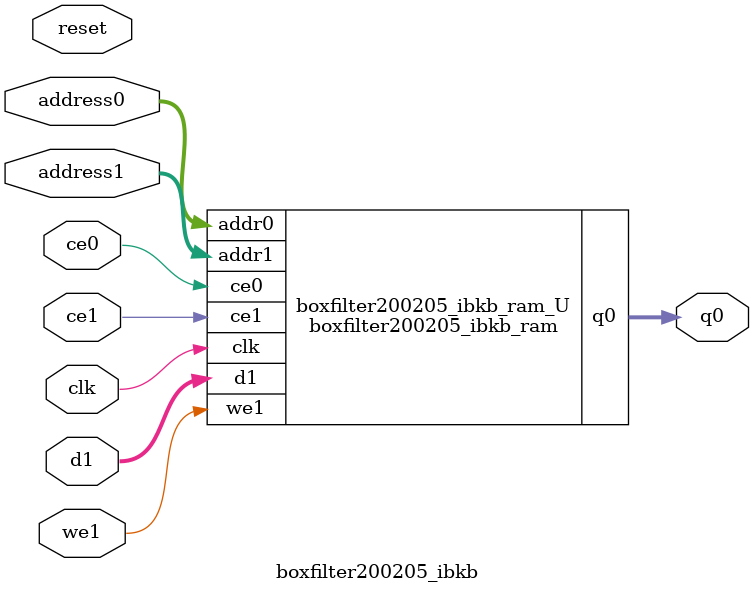
<source format=v>
`timescale 1 ns / 1 ps
module boxfilter200205_ibkb_ram (addr0, ce0, q0, addr1, ce1, d1, we1,  clk);

parameter DWIDTH = 32;
parameter AWIDTH = 9;
parameter MEM_SIZE = 480;

input[AWIDTH-1:0] addr0;
input ce0;
output reg[DWIDTH-1:0] q0;
input[AWIDTH-1:0] addr1;
input ce1;
input[DWIDTH-1:0] d1;
input we1;
input clk;

(* ram_style = "block" *)reg [DWIDTH-1:0] ram[0:MEM_SIZE-1];




always @(posedge clk)  
begin 
    if (ce0) 
    begin
        q0 <= ram[addr0];
    end
end


always @(posedge clk)  
begin 
    if (ce1) 
    begin
        if (we1) 
        begin 
            ram[addr1] <= d1; 
        end 
    end
end


endmodule

`timescale 1 ns / 1 ps
module boxfilter200205_ibkb(
    reset,
    clk,
    address0,
    ce0,
    q0,
    address1,
    ce1,
    we1,
    d1);

parameter DataWidth = 32'd32;
parameter AddressRange = 32'd480;
parameter AddressWidth = 32'd9;
input reset;
input clk;
input[AddressWidth - 1:0] address0;
input ce0;
output[DataWidth - 1:0] q0;
input[AddressWidth - 1:0] address1;
input ce1;
input we1;
input[DataWidth - 1:0] d1;



boxfilter200205_ibkb_ram boxfilter200205_ibkb_ram_U(
    .clk( clk ),
    .addr0( address0 ),
    .ce0( ce0 ),
    .q0( q0 ),
    .addr1( address1 ),
    .ce1( ce1 ),
    .we1( we1 ),
    .d1( d1 ));

endmodule


</source>
